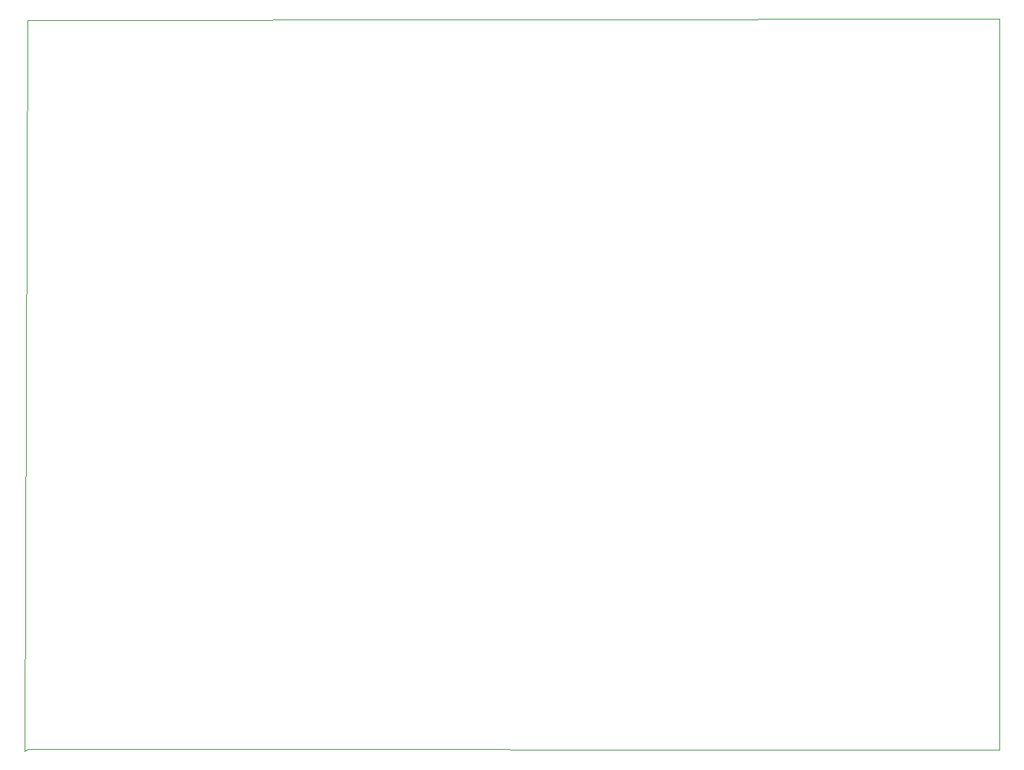
<source format=gbr>
G04 #@! TF.GenerationSoftware,KiCad,Pcbnew,(5.1.5)-3*
G04 #@! TF.CreationDate,2020-09-25T18:54:32-03:00*
G04 #@! TF.ProjectId,Gate_Driver_V2,47617465-5f44-4726-9976-65725f56322e,rev?*
G04 #@! TF.SameCoordinates,Original*
G04 #@! TF.FileFunction,Profile,NP*
%FSLAX46Y46*%
G04 Gerber Fmt 4.6, Leading zero omitted, Abs format (unit mm)*
G04 Created by KiCad (PCBNEW (5.1.5)-3) date 2020-09-25 18:54:32*
%MOMM*%
%LPD*%
G04 APERTURE LIST*
%ADD10C,0.100000*%
G04 APERTURE END LIST*
D10*
X142630000Y-40860000D02*
X142630000Y-126460000D01*
X28870000Y-41030000D02*
X142630000Y-40860000D01*
X28590000Y-126630000D02*
X28870000Y-41030000D01*
X28870000Y-126350000D02*
X28590000Y-126630000D01*
X142630000Y-126460000D02*
X28870000Y-126350000D01*
M02*

</source>
